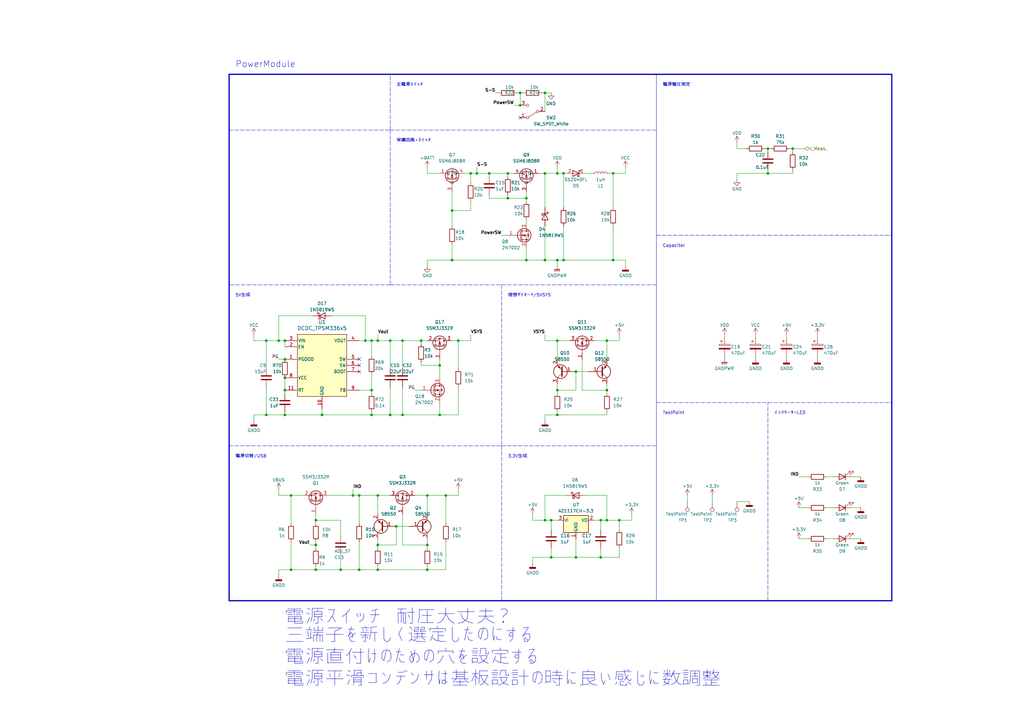
<source format=kicad_sch>
(kicad_sch (version 20230121) (generator eeschema)
  (paper "A3")
  (lib_symbols
    (symbol "Connector:TestPoint" (pin_numbers hide) (pin_names (offset 0.762) hide)
      (property "Reference" "TP" (at 0 6.858 0))
      (property "Value" "TestPoint" (at 0 5.08 0))
      (symbol "TestPoint_1_1"
        (pin passive line (at 0 0 90) (length 2.54) (name "1") (number "1"))
      )
    )
    (symbol "D_Schottky_3" (pin_numbers hide) (pin_names (offset 1.016) hide)
      (property "Reference" "D" (at 0 2.54 0))
      (property "Value" "D_Schottky_3" (at 0 -2.54 0))
      (symbol "D_Schottky_3_1_1"
        (pin passive line (at -3.81 0 0) (length 2.54) (name "K") (number "1"))
        (pin passive line (at 3.81 0 180) (length 2.54) (name "A") (number "2"))
      )
    )
    (symbol "Device:C" (pin_numbers hide) (pin_names (offset 0.254))
      (property "Reference" "C" (at 0.635 2.54 0))
      (property "Value" "C" (at 0.635 -2.54 0))
      (symbol "C_1_1"
        (pin passive line (at 0 3.81 270) (length 2.794) (name "~") (number "1"))
        (pin passive line (at 0 -3.81 90) (length 2.794) (name "~") (number "2"))
      )
    )
    (symbol "Device:C_Polarized" (pin_numbers hide) (pin_names (offset 0.254))
      (property "Reference" "C" (at 0.635 2.54 0))
      (property "Value" "C_Polarized" (at 0.635 -2.54 0))
      (symbol "C_Polarized_1_1"
        (pin passive line (at 0 3.81 270) (length 2.794) (name "~") (number "1"))
        (pin passive line (at 0 -3.81 90) (length 2.794) (name "~") (number "2"))
      )
    )
    (symbol "Device:D_Schottky" (pin_names (offset 1.016) hide)
      (property "Reference" "D" (at 0 2.54 0))
      (property "Value" "D_Schottky" (at 0 -2.54 0))
      (symbol "D_Schottky_1_1"
        (pin passive line (at -3.81 0 0) (length 2.54) (name "K") (number "1"))
        (pin passive line (at 3.81 0 180) (length 2.54) (name "A") (number "2"))
      )
    )
    (symbol "Device:L" (pin_numbers hide) (pin_names (offset 1.016) hide)
      (property "Reference" "L" (at -1.27 0 90))
      (property "Value" "L" (at 1.905 0 90))
      (symbol "L_1_1"
        (pin passive line (at 0 3.81 270) (length 1.27) (name "1") (number "1"))
        (pin passive line (at 0 -3.81 90) (length 1.27) (name "2") (number "2"))
      )
    )
    (symbol "Device:LED" (pin_numbers hide) (pin_names (offset 1.016) hide)
      (property "Reference" "D" (at 0 2.54 0))
      (property "Value" "LED" (at 0 -2.54 0))
      (symbol "LED_1_1"
        (pin passive line (at -3.81 0 0) (length 2.54) (name "K") (number "1"))
        (pin passive line (at 3.81 0 180) (length 2.54) (name "A") (number "2"))
      )
    )
    (symbol "Device:Q_PMOS_GSD" (pin_names (offset 0) hide)
      (property "Reference" "Q" (at 5.08 1.27 0))
      (property "Value" "Q_PMOS_GSD" (at 5.08 -1.27 0))
      (symbol "Q_PMOS_GSD_1_1"
        (pin input line (at -5.08 0 0) (length 2.54) (name "G") (number "1"))
        (pin passive line (at 2.54 -5.08 90) (length 2.54) (name "S") (number "2"))
        (pin passive line (at 2.54 5.08 270) (length 2.54) (name "D") (number "3"))
      )
    )
    (symbol "Device:Q_PNP_BEC" (pin_names (offset 0) hide)
      (property "Reference" "Q" (at 5.08 1.27 0))
      (property "Value" "Q_PNP_BEC" (at 5.08 -1.27 0))
      (symbol "Q_PNP_BEC_1_1"
        (pin input line (at -5.08 0 0) (length 5.715) (name "B") (number "1"))
        (pin passive line (at 2.54 -5.08 90) (length 2.54) (name "E") (number "2"))
        (pin passive line (at 2.54 5.08 270) (length 2.54) (name "C") (number "3"))
      )
    )
    (symbol "Device:R" (pin_numbers hide) (pin_names (offset 0))
      (property "Reference" "R" (at 2.032 0 90))
      (property "Value" "R" (at 0 0 90))
      (symbol "R_1_1"
        (pin passive line (at 0 3.81 270) (length 1.27) (name "~") (number "1"))
        (pin passive line (at 0 -3.81 90) (length 1.27) (name "~") (number "2"))
      )
    )
    (symbol "PMN48XP_1"
      (property "Reference" "Q" (at 5.08 2.54 0))
      (property "Value" "PMN48XP_1" (at 5.08 0 0))
      (symbol "PMN48XP_1_1_1"
        (pin passive line (at 2.54 5.08 270) (length 2.54) (name "D") (number "1"))
        (pin passive line (at 2.54 5.08 270) (length 2.54) hide (name "D") (number "2"))
        (pin passive line (at -5.08 0 0) (length 2.54) (name "G") (number "3"))
        (pin passive line (at 2.54 -5.08 90) (length 2.54) (name "S") (number "4"))
        (pin passive line (at 2.54 5.08 270) (length 2.54) hide (name "D") (number "5"))
        (pin passive line (at 2.54 5.08 270) (length 2.54) hide (name "D") (number "6"))
      )
    )
    (symbol "Regulator_Linear:AMS1117CD-3.3" (pin_names (offset 0.254))
      (property "Reference" "U" (at -3.81 3.175 0))
      (property "Value" "AMS1117CD-3.3" (at 0 3.175 0))
      (symbol "AMS1117CD-3.3_1_1"
        (pin power_in line (at 0 -7.62 90) (length 2.54) (name "GND") (number "1"))
        (pin power_out line (at 7.62 0 180) (length 2.54) (name "VO") (number "2"))
        (pin power_in line (at -7.62 0 0) (length 2.54) (name "VI") (number "3"))
      )
    )
    (symbol "Switch:SW_SPDT" (pin_names (offset 0) hide)
      (property "Reference" "SW" (at 0 4.318 0))
      (property "Value" "SW_SPDT" (at 0 -5.08 0))
      (symbol "SW_SPDT_1_1"
        (pin passive line (at 5.08 2.54 180) (length 2.54) (name "A") (number "1"))
        (pin passive line (at -5.08 0 0) (length 2.54) (name "B") (number "2"))
        (pin passive line (at 5.08 -2.54 180) (length 2.54) (name "C") (number "3"))
      )
    )
    (symbol "TomoshibiLibrary:DCDC_TPSM336x5" (pin_names (offset 0.254))
      (property "Reference" "U" (at 0 10.16 0))
      (property "Value" "DCDC_TPSM336x5" (at 0 7.62 0))
      (symbol "DCDC_TPSM336x5_0_1"
        (pin open_collector line (at -15.24 -7.62 0) (length 5.08) (name "PGOOD") (number "1"))
        (pin power_in line (at 0 -27.94 90) (length 5.08) (name "GND") (number "10"))
        (pin unspecified line (at -15.24 -20.32 0) (length 5.08) (name "RT") (number "11"))
        (pin input line (at -15.24 -2.54 0) (length 5.08) (name "EN") (number "2"))
        (pin power_in line (at -15.24 0 0) (length 5.08) (name "VIN") (number "3"))
        (pin power_in line (at 15.24 0 180) (length 5.08) (name "VOUT") (number "4"))
        (pin unspecified line (at 15.24 -7.62 180) (length 5.08) (name "SW") (number "5"))
        (pin unspecified line (at 15.24 -10.16 180) (length 5.08) (name "SW") (number "6"))
        (pin unspecified line (at 15.24 -12.7 180) (length 5.08) (name "BOOT") (number "7"))
        (pin unspecified line (at -15.24 -15.24 0) (length 5.08) (name "VCC") (number "8"))
        (pin unspecified line (at 15.24 -20.32 180) (length 5.08) (name "FB") (number "9"))
      )
    )
    (symbol "Transistor_FET:2N7002" (pin_names hide)
      (property "Reference" "Q" (at 5.08 1.905 0))
      (property "Value" "2N7002" (at 5.08 0 0))
      (symbol "2N7002_1_1"
        (pin input line (at -5.08 0 0) (length 2.54) (name "G") (number "1"))
        (pin passive line (at 2.54 -5.08 90) (length 2.54) (name "S") (number "2"))
        (pin passive line (at 2.54 5.08 270) (length 2.54) (name "D") (number "3"))
      )
    )
    (symbol "power:+3.3V" (power) (pin_names (offset 0))
      (property "Value" "+3.3V" (at 0 3.556 0))
      (symbol "+3.3V_1_1"
        (pin power_in line (at 0 0 90) (length 0) hide (name "+3.3V") (number "1"))
      )
    )
    (symbol "power:+5V" (power) (pin_names (offset 0))
      (property "Value" "+5V" (at 0 3.556 0))
      (symbol "+5V_1_1"
        (pin power_in line (at 0 0 90) (length 0) hide (name "+5V") (number "1"))
      )
    )
    (symbol "power:+BATT" (power) (pin_names (offset 0))
      (property "Value" "+BATT" (at 0 3.556 0))
      (symbol "+BATT_1_1"
        (pin power_in line (at 0 0 90) (length 0) hide (name "+BATT") (number "1"))
      )
    )
    (symbol "power:GND" (power) (pin_names (offset 0))
      (property "Value" "GND" (at 0 -3.81 0))
      (symbol "GND_1_1"
        (pin power_in line (at 0 0 270) (length 0) hide (name "GND") (number "1"))
      )
    )
    (symbol "power:GNDD" (power) (pin_names (offset 0))
      (property "Value" "GNDD" (at 0 -3.175 0))
      (symbol "GNDD_1_1"
        (pin power_in line (at 0 0 270) (length 0) hide (name "GNDD") (number "1"))
      )
    )
    (symbol "power:GNDPWR" (power) (pin_names (offset 0))
      (property "Value" "GNDPWR" (at 0 -3.302 0))
      (symbol "GNDPWR_1_1"
        (pin power_in line (at 0 0 270) (length 0) hide (name "GNDPWR") (number "1"))
      )
    )
    (symbol "power:VBUS" (power) (pin_names (offset 0))
      (property "Value" "VBUS" (at 0 3.81 0))
      (symbol "VBUS_1_1"
        (pin power_in line (at 0 0 90) (length 0) hide (name "VBUS") (number "1"))
      )
    )
    (symbol "power:VCC" (power) (pin_names (offset 0))
      (property "Value" "VCC" (at 0 3.81 0))
      (symbol "VCC_1_1"
        (pin power_in line (at 0 0 90) (length 0) hide (name "VCC") (number "1"))
      )
    )
    (symbol "power:VDD" (power) (pin_names (offset 0))
      (property "Value" "VDD" (at 0 3.81 0))
      (symbol "VDD_1_1"
        (pin power_in line (at 0 0 90) (length 0) hide (name "VDD") (number "1"))
      )
    )
  )
  (junction (at 154.94 233.68))
  (junction (at 152.4 139.7))
  (junction (at 144.78 203.2))
  (junction (at 109.22 139.7))
  (junction (at 215.9 106.68))
  (junction (at 208.28 81.28))
  (junction (at 172.72 139.7))
  (junction (at 116.84 147.32))
  (junction (at 175.26 233.68))
  (junction (at 254 213.36))
  (junction (at 116.84 139.7))
  (junction (at 213.36 38.1))
  (junction (at 165.1 170.18))
  (junction (at 223.52 38.1))
  (junction (at 193.04 71.12))
  (junction (at 162.56 215.9))
  (junction (at 160.02 170.18))
  (junction (at 119.38 233.68))
  (junction (at 116.84 154.94))
  (junction (at 228.6 71.12))
  (junction (at 114.3 139.7))
  (junction (at 129.54 213.36))
  (junction (at 187.96 139.7))
  (junction (at 175.26 203.2))
  (junction (at 246.38 228.6))
  (junction (at 139.7 233.68))
  (junction (at 185.42 106.68))
  (junction (at 185.42 86.36))
  (junction (at 223.52 106.68))
  (junction (at 160.02 139.7))
  (junction (at 231.14 106.68))
  (junction (at 215.9 81.28))
  (junction (at 149.86 139.7))
  (junction (at 116.84 170.18))
  (junction (at 119.38 203.2))
  (junction (at 154.94 203.2))
  (junction (at 248.92 139.7))
  (junction (at 147.32 203.2))
  (junction (at 154.94 139.7))
  (junction (at 223.52 213.36))
  (junction (at 152.4 160.02))
  (junction (at 132.08 170.18))
  (junction (at 180.34 170.18))
  (junction (at 165.1 139.7))
  (junction (at 152.4 170.18))
  (junction (at 147.32 233.68))
  (junction (at 208.28 71.12))
  (junction (at 195.58 71.12))
  (junction (at 228.6 139.7))
  (junction (at 251.46 106.68))
  (junction (at 251.46 71.12))
  (junction (at 248.92 213.36))
  (junction (at 246.38 213.36))
  (junction (at 228.6 160.02))
  (junction (at 226.06 228.6))
  (junction (at 226.06 213.36))
  (junction (at 200.66 71.12))
  (junction (at 314.96 71.12))
  (junction (at 248.92 160.02))
  (junction (at 182.88 203.2))
  (junction (at 325.12 60.96))
  (junction (at 236.22 152.4))
  (junction (at 231.14 71.12))
  (junction (at 236.22 228.6))
  (junction (at 109.22 170.18))
  (junction (at 175.26 223.52))
  (junction (at 228.6 170.18))
  (junction (at 228.6 106.68))
  (junction (at 314.96 60.96))
  (junction (at 129.54 223.52))
  (junction (at 129.54 233.68))
  (junction (at 223.52 71.12))
  (junction (at 213.36 43.18))
  (junction (at 180.34 149.86))
  (junction (at 116.84 160.02))
  (junction (at 154.94 223.52))
  (no_connect (at 147.32 147.32))
  (no_connect (at 147.32 152.4))
  (no_connect (at 213.36 48.26))
  (no_connect (at 147.32 149.86))
  (wire (pts (xy 116.84 168.91) (xy 116.84 170.18)))
  (wire (pts (xy 246.38 224.79) (xy 246.38 228.6)))
  (wire (pts (xy 185.42 86.36) (xy 185.42 92.71)))
  (wire (pts (xy 165.1 210.82) (xy 165.1 223.52)))
  (wire (pts (xy 236.22 220.98) (xy 236.22 228.6)))
  (wire (pts (xy 114.3 129.54) (xy 128.27 129.54)))
  (wire (pts (xy 180.34 149.86) (xy 180.34 154.94)))
  (wire (pts (xy 139.7 227.33) (xy 139.7 233.68)))
  (wire (pts (xy 259.08 210.82) (xy 259.08 213.36)))
  (wire (pts (xy 218.44 228.6) (xy 218.44 231.14)))
  (wire (pts (xy 339.09 195.58) (xy 341.63 195.58)))
  (wire (pts (xy 228.6 160.02) (xy 236.22 160.02)))
  (wire (pts (xy 154.94 233.68) (xy 175.26 233.68)))
  (wire (pts (xy 223.52 170.18) (xy 223.52 172.72)))
  (wire (pts (xy 256.54 106.68) (xy 256.54 109.22)))
  (wire (pts (xy 147.32 233.68) (xy 154.94 233.68)))
  (wire (pts (xy 132.08 170.18) (xy 152.4 170.18)))
  (wire (pts (xy 127 223.52) (xy 129.54 223.52)))
  (wire (pts (xy 226.06 228.6) (xy 236.22 228.6)))
  (polyline (pts (xy 365.76 30.48) (xy 365.76 246.38)) (stroke (width 0.5) (type solid)))
  (wire (pts (xy 309.88 146.05) (xy 309.88 147.32)))
  (wire (pts (xy 182.88 203.2) (xy 187.96 203.2)))
  (wire (pts (xy 175.26 71.12) (xy 180.34 71.12)))
  (wire (pts (xy 119.38 233.68) (xy 129.54 233.68)))
  (wire (pts (xy 139.7 233.68) (xy 147.32 233.68)))
  (wire (pts (xy 231.14 71.12) (xy 232.41 71.12)))
  (wire (pts (xy 129.54 214.63) (xy 129.54 213.36)))
  (wire (pts (xy 152.4 139.7) (xy 154.94 139.7)))
  (wire (pts (xy 187.96 200.66) (xy 187.96 203.2)))
  (wire (pts (xy 292.1 203.2) (xy 292.1 205.74)))
  (polyline (pts (xy 93.98 30.48) (xy 365.76 30.48)) (stroke (width 0.5) (type solid)))
  (wire (pts (xy 251.46 71.12) (xy 251.46 85.09)))
  (wire (pts (xy 165.1 139.7) (xy 165.1 151.13)))
  (wire (pts (xy 248.92 213.36) (xy 254 213.36)))
  (wire (pts (xy 116.84 147.32) (xy 114.3 147.32)))
  (polyline (pts (xy 160.02 53.34) (xy 160.02 116.84)) (stroke (width 0) (type dash)))
  (wire (pts (xy 154.94 232.41) (xy 154.94 233.68)))
  (wire (pts (xy 175.26 232.41) (xy 175.26 233.68)))
  (wire (pts (xy 226.06 224.79) (xy 226.06 228.6)))
  (wire (pts (xy 215.9 78.74) (xy 215.9 81.28)))
  (wire (pts (xy 129.54 222.25) (xy 129.54 223.52)))
  (wire (pts (xy 281.94 203.2) (xy 281.94 205.74)))
  (wire (pts (xy 154.94 137.16) (xy 154.94 139.7)))
  (polyline (pts (xy 269.24 165.1) (xy 314.96 165.1)) (stroke (width 0) (type dash)))
  (wire (pts (xy 175.26 210.82) (xy 175.26 203.2)))
  (wire (pts (xy 248.92 168.91) (xy 248.92 170.18)))
  (wire (pts (xy 160.02 170.18) (xy 165.1 170.18)))
  (wire (pts (xy 208.28 71.12) (xy 210.82 71.12)))
  (wire (pts (xy 256.54 106.68) (xy 251.46 106.68)))
  (wire (pts (xy 248.92 147.32) (xy 248.92 139.7)))
  (wire (pts (xy 226.06 213.36) (xy 226.06 217.17)))
  (wire (pts (xy 231.14 106.68) (xy 251.46 106.68)))
  (wire (pts (xy 200.66 71.12) (xy 200.66 72.39)))
  (wire (pts (xy 185.42 106.68) (xy 215.9 106.68)))
  (polyline (pts (xy 205.74 182.88) (xy 205.74 246.38)) (stroke (width 0) (type dash)))
  (wire (pts (xy 172.72 139.7) (xy 175.26 139.7)))
  (wire (pts (xy 135.89 129.54) (xy 149.86 129.54)))
  (wire (pts (xy 193.04 71.12) (xy 195.58 71.12)))
  (wire (pts (xy 238.76 160.02) (xy 248.92 160.02)))
  (wire (pts (xy 170.18 160.02) (xy 172.72 160.02)))
  (wire (pts (xy 193.04 82.55) (xy 193.04 86.36)))
  (wire (pts (xy 208.28 80.01) (xy 208.28 81.28)))
  (wire (pts (xy 314.96 62.23) (xy 314.96 60.96)))
  (wire (pts (xy 175.26 68.58) (xy 175.26 71.12)))
  (wire (pts (xy 335.28 146.05) (xy 335.28 147.32)))
  (wire (pts (xy 172.72 139.7) (xy 172.72 140.97)))
  (wire (pts (xy 180.34 147.32) (xy 180.34 149.86)))
  (wire (pts (xy 223.52 106.68) (xy 228.6 106.68)))
  (wire (pts (xy 228.6 106.68) (xy 231.14 106.68)))
  (wire (pts (xy 254 213.36) (xy 254 217.17)))
  (polyline (pts (xy 160.02 53.34) (xy 269.24 53.34)) (stroke (width 0) (type dash)))
  (wire (pts (xy 246.38 213.36) (xy 246.38 217.17)))
  (wire (pts (xy 325.12 69.85) (xy 325.12 71.12)))
  (wire (pts (xy 147.32 214.63) (xy 147.32 203.2)))
  (wire (pts (xy 160.02 203.2) (xy 154.94 203.2)))
  (wire (pts (xy 218.44 213.36) (xy 223.52 213.36)))
  (polyline (pts (xy 269.24 116.84) (xy 160.02 116.84)) (stroke (width 0) (type dash)))
  (wire (pts (xy 193.04 86.36) (xy 185.42 86.36)))
  (wire (pts (xy 147.32 222.25) (xy 147.32 233.68)))
  (wire (pts (xy 162.56 215.9) (xy 167.64 215.9)))
  (wire (pts (xy 240.03 203.2) (xy 248.92 203.2)))
  (wire (pts (xy 152.4 168.91) (xy 152.4 170.18)))
  (wire (pts (xy 165.1 158.75) (xy 165.1 170.18)))
  (wire (pts (xy 162.56 223.52) (xy 162.56 215.9)))
  (wire (pts (xy 205.74 96.52) (xy 208.28 96.52)))
  (wire (pts (xy 109.22 158.75) (xy 109.22 170.18)))
  (wire (pts (xy 172.72 149.86) (xy 180.34 149.86)))
  (wire (pts (xy 322.58 146.05) (xy 322.58 147.32)))
  (polyline (pts (xy 269.24 96.52) (xy 365.76 96.52)) (stroke (width 0) (type dash)))
  (wire (pts (xy 236.22 152.4) (xy 241.3 152.4)))
  (wire (pts (xy 132.08 167.64) (xy 132.08 170.18)))
  (wire (pts (xy 223.52 71.12) (xy 228.6 71.12)))
  (wire (pts (xy 236.22 228.6) (xy 246.38 228.6)))
  (wire (pts (xy 182.88 233.68) (xy 175.26 233.68)))
  (wire (pts (xy 228.6 168.91) (xy 228.6 170.18)))
  (wire (pts (xy 147.32 160.02) (xy 152.4 160.02)))
  (wire (pts (xy 203.2 38.1) (xy 204.47 38.1)))
  (wire (pts (xy 349.25 208.28) (xy 353.06 208.28)))
  (wire (pts (xy 109.22 139.7) (xy 114.3 139.7)))
  (wire (pts (xy 104.14 170.18) (xy 109.22 170.18)))
  (wire (pts (xy 129.54 233.68) (xy 129.54 232.41)))
  (wire (pts (xy 104.14 139.7) (xy 104.14 137.16)))
  (wire (pts (xy 147.32 139.7) (xy 149.86 139.7)))
  (wire (pts (xy 116.84 139.7) (xy 116.84 142.24)))
  (wire (pts (xy 182.88 222.25) (xy 182.88 233.68)))
  (wire (pts (xy 228.6 160.02) (xy 228.6 161.29)))
  (wire (pts (xy 154.94 223.52) (xy 154.94 224.79)))
  (wire (pts (xy 248.92 160.02) (xy 248.92 161.29)))
  (wire (pts (xy 195.58 68.58) (xy 195.58 71.12)))
  (wire (pts (xy 208.28 81.28) (xy 215.9 81.28)))
  (wire (pts (xy 240.03 71.12) (xy 242.57 71.12)))
  (wire (pts (xy 129.54 233.68) (xy 139.7 233.68)))
  (wire (pts (xy 180.34 165.1) (xy 180.34 170.18)))
  (wire (pts (xy 116.84 154.94) (xy 116.84 160.02)))
  (wire (pts (xy 314.96 60.96) (xy 313.69 60.96)))
  (wire (pts (xy 223.52 137.16) (xy 223.52 139.7)))
  (wire (pts (xy 129.54 213.36) (xy 129.54 210.82)))
  (wire (pts (xy 152.4 170.18) (xy 160.02 170.18)))
  (polyline (pts (xy 93.98 246.38) (xy 93.98 30.48)) (stroke (width 0.5) (type solid)))
  (wire (pts (xy 233.68 139.7) (xy 228.6 139.7)))
  (wire (pts (xy 200.66 81.28) (xy 208.28 81.28)))
  (polyline (pts (xy 93.98 53.34) (xy 160.02 53.34)) (stroke (width 0) (type dash)))
  (wire (pts (xy 228.6 109.22) (xy 228.6 106.68)))
  (wire (pts (xy 116.84 170.18) (xy 132.08 170.18)))
  (wire (pts (xy 223.52 203.2) (xy 223.52 213.36)))
  (wire (pts (xy 114.3 139.7) (xy 116.84 139.7)))
  (wire (pts (xy 213.36 38.1) (xy 212.09 38.1)))
  (wire (pts (xy 193.04 137.16) (xy 193.04 139.7)))
  (wire (pts (xy 314.96 60.96) (xy 316.23 60.96)))
  (wire (pts (xy 314.96 69.85) (xy 314.96 71.12)))
  (wire (pts (xy 195.58 71.12) (xy 200.66 71.12)))
  (wire (pts (xy 220.98 71.12) (xy 223.52 71.12)))
  (polyline (pts (xy 314.96 246.38) (xy 314.96 165.1)) (stroke (width 0) (type dash)))
  (wire (pts (xy 114.3 233.68) (xy 119.38 233.68)))
  (wire (pts (xy 254 213.36) (xy 259.08 213.36)))
  (wire (pts (xy 187.96 139.7) (xy 193.04 139.7)))
  (wire (pts (xy 215.9 81.28) (xy 215.9 82.55)))
  (polyline (pts (xy 205.74 182.88) (xy 269.24 182.88)) (stroke (width 0) (type dash)))
  (wire (pts (xy 185.42 78.74) (xy 185.42 86.36)))
  (wire (pts (xy 144.78 200.66) (xy 144.78 203.2)))
  (wire (pts (xy 187.96 170.18) (xy 180.34 170.18)))
  (wire (pts (xy 246.38 228.6) (xy 254 228.6)))
  (wire (pts (xy 182.88 203.2) (xy 182.88 214.63)))
  (wire (pts (xy 297.18 137.16) (xy 297.18 138.43)))
  (wire (pts (xy 172.72 148.59) (xy 172.72 149.86)))
  (wire (pts (xy 251.46 92.71) (xy 251.46 106.68)))
  (wire (pts (xy 175.26 223.52) (xy 175.26 224.79)))
  (wire (pts (xy 223.52 213.36) (xy 226.06 213.36)))
  (wire (pts (xy 228.6 170.18) (xy 248.92 170.18)))
  (wire (pts (xy 254 224.79) (xy 254 228.6)))
  (wire (pts (xy 302.26 60.96) (xy 306.07 60.96)))
  (wire (pts (xy 114.3 129.54) (xy 114.3 139.7)))
  (wire (pts (xy 175.26 203.2) (xy 182.88 203.2)))
  (wire (pts (xy 223.52 71.12) (xy 223.52 85.09)))
  (polyline (pts (xy 160.02 116.84) (xy 93.98 116.84)) (stroke (width 0) (type dash)))
  (wire (pts (xy 248.92 203.2) (xy 248.92 213.36)))
  (wire (pts (xy 154.94 203.2) (xy 154.94 210.82)))
  (wire (pts (xy 302.26 71.12) (xy 314.96 71.12)))
  (wire (pts (xy 335.28 137.16) (xy 335.28 138.43)))
  (wire (pts (xy 190.5 71.12) (xy 193.04 71.12)))
  (wire (pts (xy 246.38 213.36) (xy 248.92 213.36)))
  (wire (pts (xy 213.36 38.1) (xy 213.36 43.18)))
  (polyline (pts (xy 160.02 53.34) (xy 160.02 30.48)) (stroke (width 0) (type dash)))
  (wire (pts (xy 297.18 146.05) (xy 297.18 147.32)))
  (wire (pts (xy 116.84 161.29) (xy 116.84 160.02)))
  (wire (pts (xy 223.52 92.71) (xy 223.52 106.68)))
  (wire (pts (xy 114.3 236.22) (xy 114.3 233.68)))
  (wire (pts (xy 154.94 220.98) (xy 154.94 223.52)))
  (wire (pts (xy 119.38 203.2) (xy 124.46 203.2)))
  (wire (pts (xy 129.54 213.36) (xy 139.7 213.36)))
  (wire (pts (xy 152.4 153.67) (xy 152.4 160.02)))
  (wire (pts (xy 187.96 139.7) (xy 187.96 151.13)))
  (wire (pts (xy 129.54 223.52) (xy 129.54 224.79)))
  (wire (pts (xy 152.4 161.29) (xy 152.4 160.02)))
  (wire (pts (xy 109.22 139.7) (xy 109.22 151.13)))
  (wire (pts (xy 149.86 129.54) (xy 149.86 139.7)))
  (wire (pts (xy 238.76 147.32) (xy 238.76 160.02)))
  (wire (pts (xy 231.14 71.12) (xy 228.6 71.12)))
  (polyline (pts (xy 269.24 30.48) (xy 269.24 246.38)) (stroke (width 0) (type solid)))
  (wire (pts (xy 165.1 223.52) (xy 175.26 223.52)))
  (wire (pts (xy 223.52 170.18) (xy 228.6 170.18)))
  (polyline (pts (xy 205.74 116.84) (xy 205.74 182.88)) (stroke (width 0) (type dash)))
  (wire (pts (xy 215.9 101.6) (xy 215.9 106.68)))
  (wire (pts (xy 228.6 157.48) (xy 228.6 160.02)))
  (wire (pts (xy 339.09 208.28) (xy 341.63 208.28)))
  (wire (pts (xy 309.88 137.16) (xy 309.88 138.43)))
  (wire (pts (xy 185.42 106.68) (xy 175.26 106.68)))
  (wire (pts (xy 139.7 219.71) (xy 139.7 213.36)))
  (wire (pts (xy 327.66 208.28) (xy 331.47 208.28)))
  (wire (pts (xy 147.32 203.2) (xy 154.94 203.2)))
  (wire (pts (xy 325.12 60.96) (xy 330.2 60.96)))
  (wire (pts (xy 228.6 68.58) (xy 228.6 71.12)))
  (wire (pts (xy 349.25 220.98) (xy 353.06 220.98)))
  (wire (pts (xy 175.26 106.68) (xy 175.26 109.22)))
  (wire (pts (xy 325.12 60.96) (xy 325.12 62.23)))
  (wire (pts (xy 170.18 203.2) (xy 175.26 203.2)))
  (wire (pts (xy 302.26 205.74) (xy 307.34 205.74)))
  (wire (pts (xy 185.42 139.7) (xy 187.96 139.7)))
  (wire (pts (xy 210.82 43.18) (xy 213.36 43.18)))
  (wire (pts (xy 254 137.16) (xy 254 139.7)))
  (polyline (pts (xy 314.96 165.1) (xy 365.76 165.1)) (stroke (width 0) (type dash)))
  (wire (pts (xy 160.02 158.75) (xy 160.02 170.18)))
  (wire (pts (xy 208.28 71.12) (xy 208.28 72.39)))
  (wire (pts (xy 302.26 73.66) (xy 302.26 71.12)))
  (wire (pts (xy 175.26 220.98) (xy 175.26 223.52)))
  (wire (pts (xy 165.1 139.7) (xy 172.72 139.7)))
  (wire (pts (xy 322.58 137.16) (xy 322.58 138.43)))
  (wire (pts (xy 134.62 203.2) (xy 144.78 203.2)))
  (wire (pts (xy 223.52 38.1) (xy 226.06 38.1)))
  (wire (pts (xy 223.52 203.2) (xy 232.41 203.2)))
  (wire (pts (xy 314.96 71.12) (xy 325.12 71.12)))
  (wire (pts (xy 302.26 58.42) (xy 302.26 60.96)))
  (wire (pts (xy 114.3 203.2) (xy 119.38 203.2)))
  (wire (pts (xy 152.4 139.7) (xy 152.4 146.05)))
  (wire (pts (xy 248.92 157.48) (xy 248.92 160.02)))
  (wire (pts (xy 149.86 139.7) (xy 152.4 139.7)))
  (wire (pts (xy 243.84 213.36) (xy 246.38 213.36)))
  (wire (pts (xy 236.22 160.02) (xy 236.22 152.4)))
  (wire (pts (xy 165.1 170.18) (xy 180.34 170.18)))
  (wire (pts (xy 223.52 139.7) (xy 228.6 139.7)))
  (wire (pts (xy 250.19 71.12) (xy 251.46 71.12)))
  (wire (pts (xy 231.14 92.71) (xy 231.14 106.68)))
  (wire (pts (xy 228.6 139.7) (xy 228.6 147.32)))
  (wire (pts (xy 160.02 139.7) (xy 165.1 139.7)))
  (wire (pts (xy 222.25 38.1) (xy 223.52 38.1)))
  (wire (pts (xy 248.92 139.7) (xy 254 139.7)))
  (wire (pts (xy 223.52 38.1) (xy 223.52 45.72)))
  (wire (pts (xy 104.14 170.18) (xy 104.14 172.72)))
  (wire (pts (xy 187.96 158.75) (xy 187.96 170.18)))
  (wire (pts (xy 200.66 80.01) (xy 200.66 81.28)))
  (wire (pts (xy 231.14 71.12) (xy 231.14 85.09)))
  (wire (pts (xy 160.02 139.7) (xy 160.02 151.13)))
  (wire (pts (xy 154.94 223.52) (xy 162.56 223.52)))
  (wire (pts (xy 256.54 68.58) (xy 256.54 71.12)))
  (wire (pts (xy 327.66 220.98) (xy 331.47 220.98)))
  (wire (pts (xy 327.66 195.58) (xy 331.47 195.58)))
  (wire (pts (xy 226.06 213.36) (xy 228.6 213.36)))
  (wire (pts (xy 215.9 90.17) (xy 215.9 91.44)))
  (wire (pts (xy 185.42 100.33) (xy 185.42 106.68)))
  (wire (pts (xy 119.38 222.25) (xy 119.38 233.68)))
  (wire (pts (xy 251.46 71.12) (xy 256.54 71.12)))
  (wire (pts (xy 109.22 170.18) (xy 116.84 170.18)))
  (wire (pts (xy 349.25 195.58) (xy 353.06 195.58)))
  (wire (pts (xy 193.04 71.12) (xy 193.04 74.93)))
  (polyline (pts (xy 365.76 246.38) (xy 93.98 246.38)) (stroke (width 0.5) (type solid)))
  (wire (pts (xy 213.36 38.1) (xy 214.63 38.1)))
  (wire (pts (xy 154.94 139.7) (xy 160.02 139.7)))
  (wire (pts (xy 119.38 203.2) (xy 119.38 214.63)))
  (polyline (pts (xy 93.98 182.88) (xy 205.74 182.88)) (stroke (width 0) (type dash)))
  (wire (pts (xy 200.66 71.12) (xy 208.28 71.12)))
  (wire (pts (xy 218.44 228.6) (xy 226.06 228.6)))
  (wire (pts (xy 114.3 200.66) (xy 114.3 203.2)))
  (wire (pts (xy 339.09 220.98) (xy 341.63 220.98)))
  (wire (pts (xy 144.78 203.2) (xy 147.32 203.2)))
  (wire (pts (xy 243.84 139.7) (xy 248.92 139.7)))
  (wire (pts (xy 215.9 106.68) (xy 223.52 106.68)))
  (wire (pts (xy 323.85 60.96) (xy 325.12 60.96)))
  (wire (pts (xy 104.14 139.7) (xy 109.22 139.7)))
  (wire (pts (xy 218.44 210.82) (xy 218.44 213.36)))
  (text "5V生成" (at 96.52 121.92 0) (effects (font (size 1.27 1.27)) (justify left bottom)))
  (text "電源切替/USB" (at 96.52 187.96 0) (effects (font (size 1.27 1.27)) (justify left bottom)))
  (text "電源スイッチ　耐圧大丈夫？" (at 116.84 256.54 0) (effects (font (size 5.56 5.56)) (justify left bottom)))
  (text "電源電圧測定" (at 271.78 35.56 0) (effects (font (size 1.27 1.27)) (justify left bottom)))
  (text "3.3V生成" (at 208.28 187.96 0) (effects (font (size 1.27 1.27)) (justify left bottom)))
  (text "主電源スイッチ" (at 162.56 35.56 0) (effects (font (size 1.27 1.27)) (justify left bottom)))
  (text "理想ダイオード/5VSYS" (at 208.28 121.92 0) (effects (font (size 1.27 1.27)) (justify left bottom)))
  (text "保護回路・スイッチ" (at 162.56 58.42 0) (effects (font (size 1.27 1.27)) (justify left bottom)))
  (text "三端子を新しく選定したのにする\n電源直付けのための穴を設定する\n電源平滑コンデンサは基板設計の時に良い感じに数調整" (at 116.84 281.94 0) (effects (font (size 5.56 5.56)) (justify left bottom)))
  (text "TestPoint" (at 271.78 170.18 0) (effects (font (size 1.27 1.27)) (justify left bottom)))
  (text "Capacitor" (at 271.78 101.6 0) (effects (font (size 1.27 1.27)) (justify left bottom)))
  (text "インジケーターLED" (at 317.5 170.18 0) (effects (font (size 1.27 1.27)) (justify left bottom)))
  (text "PowerModule" (at 96.52 27.94 0) (effects (font (size 2.54 2.54)) (justify left bottom)))
  (label "PG" (at 114.3 147.32 180))
  (label "PG" (at 170.18 160.02 180))
  (label "Vout" (at 127 223.52 180) (effects (font (thickness 0.254) bold)))
  (label "VSYS" (at 223.52 137.16 180) (effects (font (thickness 0.254) bold)))
  (label "PowerSW" (at 205.74 96.52 180) (effects (font (thickness 0.254) bold)))
  (label "S-S" (at 203.2 38.1 180) (effects (font (thickness 0.254) bold)))
  (label "IND" (at 144.78 200.66 0) (effects (font (thickness 0.254) bold)))
  (label "S-S" (at 195.58 68.58 0) (effects (font (thickness 0.254) bold)))
  (label "IND" (at 327.66 195.58 180) (effects (font (thickness 0.254) bold)))
  (label "VSYS" (at 193.04 137.16 0) (effects (font (thickness 0.254) bold)))
  (label "PowerSW" (at 210.82 43.18 180) (effects (font (thickness 0.254) bold)))
  (label "Vout" (at 154.94 137.16 0) (effects (font (thickness 0.254) bold)))
  (hierarchical_label "V_Meas." (shape input) (at 330.2 60.96 0))
  (symbol (lib_id "Device:C_Polarized") (at 297.18 142.24 0) (unit 1)
    (property "Reference" "C19" (at 299.72 142.24 0) (effects (justify left)))
    (property "Value" "470uF" (at 299.72 144.78 0) (effects (justify left)))
  )
  (symbol (lib_id "power:GND") (at 175.26 109.22 0) (unit 1)
    (property "Reference" "#PWR048" (effects hide))
    (property "Value" "GND" (at 175.26 113.03 0))
  )
  (symbol (lib_id "Device:R") (at 335.28 208.28 270) (mirror x) (unit 1)
    (property "Reference" "R34" (at 335.28 213.36 90))
    (property "Value" "1k" (at 335.28 210.82 90))
    (property "Footprint" "Resistor_SMD:R_0402_1005Metric" (effects hide))
  )
  (symbol (lib_id "Device:R") (at 309.88 60.96 90) (unit 1)
    (property "Reference" "R30" (at 309.88 55.88 90))
    (property "Value" "1k" (at 309.88 58.42 90))
    (property "Footprint" "Resistor_SMD:R_0603_1608Metric" (effects hide))
  )
  (symbol (lib_id "Device:LED") (at 345.44 195.58 180) (unit 1)
    (property "Reference" "D7" (at 345.44 200.66 0))
    (property "Value" "Green" (at 345.44 198.12 0))
    (property "Footprint" "LED_SMD:LED_0603_1608Metric_Pad1.05x0.95mm_HandSolder" (effects hide))
  )
  (symbol (lib_id "Device:R") (at 193.04 78.74 0) (unit 1)
    (property "Reference" "R20" (at 194.31 77.47 0) (effects (justify left)))
    (property "Value" "10k" (at 194.31 80.01 0) (effects (justify left)))
    (property "Footprint" "Resistor_SMD:R_0402_1005Metric" (effects hide))
  )
  (symbol (lib_id "power:+5V") (at 218.44 210.82 0) (unit 1)
    (property "Reference" "#PWR071" (effects hide))
    (property "Value" "+5V" (at 218.44 207.01 0))
  )
  (symbol (lib_id "Device:Q_PNP_BEC") (at 157.48 215.9 180) (unit 1)
    (property "Reference" "Q2" (at 162.56 208.28 0) (effects (justify left)))
    (property "Value" "S8550" (at 162.56 210.82 0) (effects (justify left)))
    (property "Footprint" "Package_TO_SOT_SMD:SC-59" (effects hide))
  )
  (symbol (lib_id "power:+3.3V") (at 259.08 210.82 0) (unit 1)
    (property "Reference" "#PWR072" (effects hide))
    (property "Value" "+3.3V" (at 259.08 207.01 0))
  )
  (symbol (lib_id "Device:R") (at 228.6 165.1 180) (unit 1)
    (property "Reference" "R25" (at 231.14 163.8299 0) (effects (justify right)))
    (property "Value" "10k" (at 231.14 166.3699 0) (effects (justify right)))
    (property "Footprint" "Resistor_SMD:R_0402_1005Metric" (effects hide))
  )
  (symbol (lib_id "Connector:TestPoint") (at 292.1 205.74 180) (unit 1)
    (property "Reference" "TP2" (at 292.1 213.36 0) (effects (justify left)))
    (property "Value" "TestPoint" (at 292.1 210.82 0) (effects (justify left)))
    (property "Footprint" "TestPoint:TestPoint_THTPad_D2.0mm_Drill1.0mm" (effects hide))
  )
  (symbol (lib_id "Device:R") (at 172.72 144.78 0) (unit 1)
    (property "Reference" "R3" (at 173.99 143.51 0) (effects (justify left)))
    (property "Value" "10k" (at 173.99 146.05 0) (effects (justify left)))
    (property "Footprint" "Resistor_SMD:R_0402_1005Metric" (effects hide))
  )
  (symbol (lib_id "power:+5V") (at 187.96 200.66 0) (mirror y) (unit 1)
    (property "Reference" "#PWR065" (effects hide))
    (property "Value" "+5V" (at 187.96 196.85 0))
  )
  (symbol (lib_id "power:+3.3V") (at 327.66 220.98 0) (unit 1)
    (property "Reference" "#PWR073" (effects hide))
    (property "Value" "+3.3V" (at 327.66 217.17 0))
  )
  (symbol (lib_id "Device:C") (at 109.22 154.94 0) (mirror y) (unit 1)
    (property "Reference" "C9" (at 109.22 149.86 0) (effects (justify left)))
    (property "Value" "10uF" (at 109.22 152.4 0) (effects (justify left)))
    (property "Footprint" "Capacitor_SMD:C_1206_3216Metric" (effects hide))
  )
  (symbol (lib_id "Device:C_Polarized") (at 322.58 142.24 0) (unit 1)
    (property "Reference" "C24" (at 325.12 142.24 0) (effects (justify left)))
    (property "Value" "470uF" (at 325.12 144.78 0) (effects (justify left)))
  )
  (symbol (lib_id "power:GNDD") (at 353.06 195.58 0) (unit 1)
    (property "Reference" "#PWR063" (effects hide))
    (property "Value" "GNDD" (at 353.06 199.39 0))
  )
  (symbol (lib_id "Device:R") (at 215.9 86.36 0) (mirror y) (unit 1)
    (property "Reference" "R23" (at 214.63 85.09 0) (effects (justify left)))
    (property "Value" "10k" (at 214.63 87.63 0) (effects (justify left)))
    (property "Footprint" "Resistor_SMD:R_0402_1005Metric" (effects hide))
  )
  (symbol (lib_id "Device:C") (at 165.1 154.94 0) (unit 1)
    (property "Reference" "C32" (at 165.1 149.86 0) (effects (justify left)))
    (property "Value" "22uF" (at 165.1 152.4 0) (effects (justify left)))
    (property "Footprint" "Capacitor_SMD:C_0805_2012Metric" (effects hide))
  )
  (symbol (lib_id "Device:R") (at 218.44 38.1 90) (unit 1)
    (property "Reference" "R24" (at 220.98 38.1 90) (effects (justify left)))
    (property "Value" "10k" (at 220.98 35.7886 90) (effects (justify left)))
    (property "Footprint" "Resistor_SMD:R_0402_1005Metric" (effects hide))
  )
  (symbol (lib_id "power:GNDPWR") (at 297.18 147.32 0) (unit 1)
    (property "Reference" "#PWR057" (effects hide))
    (property "Value" "GNDPWR" (at 297.053 151.13 0))
  )
  (symbol (lib_id "Device:R") (at 320.04 60.96 90) (unit 1)
    (property "Reference" "R31" (at 320.04 55.88 90))
    (property "Value" "75k" (at 320.04 58.42 90))
    (property "Footprint" "Resistor_SMD:R_0603_1608Metric" (effects hide))
  )
  (symbol (lib_id "Device:C") (at 200.66 76.2 0) (unit 1)
    (property "Reference" "C15" (at 203.2 74.93 0) (effects (justify left)))
    (property "Value" "1uF" (at 203.2 77.47 0) (effects (justify left)))
    (property "Footprint" "Capacitor_SMD:C_0402_1005Metric" (effects hide))
  )
  (symbol (lib_id "power:VDD") (at 228.6 68.58 0) (unit 1)
    (property "Reference" "#PWR045" (effects hide))
    (property "Value" "VDD" (at 228.6 64.77 0))
  )
  (symbol (lib_id "Transistor_FET:2N7002") (at 177.8 160.02 0) (unit 1)
    (property "Reference" "Q18" (at 170.18 162.56 0) (effects (justify left)))
    (property "Value" "2N7002" (at 170.18 165.1 0) (effects (justify left)))
    (property "Footprint" "Package_TO_SOT_SMD:SC-59" (effects hide))
    (property "Datasheet" "https://www.onsemi.com/pub/Collateral/NDS7002A-D.PDF" (effects hide))
  )
  (symbol (lib_id "Device:R") (at 147.32 218.44 180) (unit 1)
    (property "Reference" "R10" (at 149.86 217.1699 0) (effects (justify right)))
    (property "Value" "10k" (at 149.86 219.7099 0) (effects (justify right)))
    (property "Footprint" "Resistor_SMD:R_0402_1005Metric" (effects hide))
  )
  (symbol (lib_id "Device:C_Polarized") (at 335.28 142.24 0) (unit 1)
    (property "Reference" "C26" (at 337.82 142.24 0) (effects (justify left)))
    (property "Value" "470uF" (at 337.82 144.78 0) (effects (justify left)))
  )
  (symbol (lib_id "power:GNDD") (at 114.3 236.22 0) (unit 1)
    (property "Reference" "#PWR076" (effects hide))
    (property "Value" "GNDD" (at 114.3 240.03 0))
  )
  (symbol (lib_id "power:GNDD") (at 353.06 220.98 0) (unit 1)
    (property "Reference" "#PWR074" (effects hide))
    (property "Value" "GNDD" (at 353.06 224.79 0))
  )
  (symbol (lib_id "power:GNDD") (at 223.52 172.72 0) (unit 1)
    (property "Reference" "#PWR062" (effects hide))
    (property "Value" "GNDD" (at 223.52 176.53 0))
  )
  (symbol (lib_id "Device:C") (at 160.02 154.94 0) (unit 1)
    (property "Reference" "C10" (at 160.02 149.86 0) (effects (justify left)))
    (property "Value" "22uF" (at 160.02 152.4 0) (effects (justify left)))
    (property "Footprint" "Capacitor_SMD:C_0805_2012Metric" (effects hide))
  )
  (symbol (lib_name "D_Schottky_3") (lib_id "Device:D_Schottky") (at 132.08 129.54 0) (unit 1)
    (property "Reference" "D17" (at 132.08 124.46 0))
    (property "Value" "1N5819WS" (at 132.08 127 0))
    (property "Footprint" "TomoshibiLibrary:Diode_SOD-323" (effects hide))
  )
  (symbol (lib_id "power:+5V") (at 281.94 203.2 0) (unit 1)
    (property "Reference" "#PWR066" (effects hide))
    (property "Value" "+5V" (at 281.94 199.39 0))
  )
  (symbol (lib_id "power:+5V") (at 327.66 208.28 0) (unit 1)
    (property "Reference" "#PWR069" (effects hide))
    (property "Value" "+5V" (at 327.66 204.47 0))
  )
  (symbol (lib_id "power:+5V") (at 322.58 137.16 0) (unit 1)
    (property "Reference" "#PWR055" (effects hide))
    (property "Value" "+5V" (at 322.58 133.35 0))
  )
  (symbol (lib_id "power:VDD") (at 297.18 137.16 0) (unit 1)
    (property "Reference" "#PWR053" (effects hide))
    (property "Value" "VDD" (at 297.18 133.35 0))
  )
  (symbol (lib_id "Device:R") (at 185.42 96.52 0) (unit 1)
    (property "Reference" "R18" (at 186.69 95.25 0) (effects (justify left)))
    (property "Value" "10k" (at 186.69 97.79 0) (effects (justify left)))
    (property "Footprint" "Resistor_SMD:R_0402_1005Metric" (effects hide))
  )
  (symbol (lib_id "Device:R") (at 129.54 218.44 0) (mirror x) (unit 1)
    (property "Reference" "R8" (at 132.08 219.7101 0) (effects (justify left)))
    (property "Value" "10k" (at 132.08 217.1701 0) (effects (justify left)))
    (property "Footprint" "Resistor_SMD:R_0402_1005Metric" (effects hide))
  )
  (symbol (lib_id "power:GNDD") (at 218.44 231.14 0) (unit 1)
    (property "Reference" "#PWR075" (effects hide))
    (property "Value" "GNDD" (at 218.44 234.95 0))
  )
  (symbol (lib_id "Device:R") (at 208.28 38.1 90) (unit 1)
    (property "Reference" "R22" (at 210.82 38.1 90) (effects (justify left)))
    (property "Value" "10k" (at 210.82 35.7886 90) (effects (justify left)))
    (property "Footprint" "Resistor_SMD:R_0402_1005Metric" (effects hide))
  )
  (symbol (lib_id "Switch:SW_SPDT") (at 218.44 45.72 180) (unit 1)
    (property "Reference" "SW2" (at 226.06 48.26 0))
    (property "Value" "SW_SPDT_White" (at 226.06 50.8 0))
    (property "Footprint" "TomoshibiLibrary:SW_Slide_SPDT_IS-1235-G" (effects hide))
  )
  (symbol (lib_id "Device:R") (at 154.94 228.6 180) (unit 1)
    (property "Reference" "R11" (at 157.48 227.3299 0) (effects (justify right)))
    (property "Value" "10k" (at 157.48 229.8699 0) (effects (justify right)))
    (property "Footprint" "Resistor_SMD:R_0402_1005Metric" (effects hide))
  )
  (symbol (lib_id "Device:R") (at 325.12 66.04 0) (unit 1)
    (property "Reference" "R32" (at 327.66 64.7699 0) (effects (justify left)))
    (property "Value" "10k" (at 327.66 67.3099 0) (effects (justify left)))
    (property "Footprint" "Resistor_SMD:R_0603_1608Metric" (effects hide))
  )
  (symbol (lib_id "Device:Q_PMOS_GSD") (at 238.76 142.24 90) (unit 1)
    (property "Reference" "Q11" (at 238.76 132.08 90))
    (property "Value" "SSM3J332R" (at 238.76 134.62 90))
    (property "Footprint" "Package_TO_SOT_SMD:SOT-23W" (effects hide))
  )
  (symbol (lib_id "Device:Q_PMOS_GSD") (at 129.54 205.74 270) (mirror x) (unit 1)
    (property "Reference" "Q1" (at 129.54 198.12 90))
    (property "Value" "SSM3J332R" (at 129.54 195.58 90))
    (property "Footprint" "Package_TO_SOT_SMD:SOT-23W" (effects hide))
  )
  (symbol (lib_id "Device:L") (at 246.38 71.12 90) (unit 1)
    (property "Reference" "L1" (at 246.38 76.2 90))
    (property "Value" "1uH" (at 246.38 73.66 90))
    (property "Footprint" "Inductor_SMD:L_0603_1608Metric" (effects hide))
  )
  (symbol (lib_id "Device:R") (at 248.92 165.1 180) (unit 1)
    (property "Reference" "R27" (at 251.46 163.8299 0) (effects (justify right)))
    (property "Value" "10k" (at 251.46 166.3699 0) (effects (justify right)))
    (property "Footprint" "Resistor_SMD:R_0402_1005Metric" (effects hide))
  )
  (symbol (lib_id "Device:R") (at 335.28 195.58 270) (mirror x) (unit 1)
    (property "Reference" "R33" (at 335.28 200.66 90))
    (property "Value" "1k" (at 335.28 198.12 90))
    (property "Footprint" "Resistor_SMD:R_0402_1005Metric" (effects hide))
  )
  (symbol (lib_id "Device:R") (at 116.84 151.13 0) (mirror x) (unit 1)
    (property "Reference" "R70" (at 115.57 149.86 0) (effects (justify right)))
    (property "Value" "10k" (at 115.57 152.4 0) (effects (justify right)))
    (property "Footprint" "Resistor_SMD:R_0402_1005Metric" (effects hide))
  )
  (symbol (lib_id "Device:R") (at 175.26 228.6 180) (unit 1)
    (property "Reference" "R15" (at 177.8 227.3299 0) (effects (justify right)))
    (property "Value" "10k" (at 177.8 229.8699 0) (effects (justify right)))
    (property "Footprint" "Resistor_SMD:R_0402_1005Metric" (effects hide))
  )
  (symbol (lib_id "Connector:TestPoint") (at 302.26 205.74 180) (unit 1)
    (property "Reference" "TP3" (at 302.26 213.36 0) (effects (justify left)))
    (property "Value" "TestPoint" (at 302.26 210.82 0) (effects (justify left)))
    (property "Footprint" "TestPoint:TestPoint_THTPad_D2.0mm_Drill1.0mm" (effects hide))
  )
  (symbol (lib_id "Device:R") (at 187.96 154.94 180) (unit 1)
    (property "Reference" "R71" (at 190.5 153.6699 0) (effects (justify right)))
    (property "Value" "10k" (at 190.5 156.2099 0) (effects (justify right)))
    (property "Footprint" "Resistor_SMD:R_0402_1005Metric" (effects hide))
  )
  (symbol (lib_id "power:GNDD") (at 104.14 172.72 0) (unit 1)
    (property "Reference" "#PWR061" (effects hide))
    (property "Value" "GNDD" (at 104.14 176.53 0))
  )
  (symbol (lib_name "D_Schottky_3") (lib_id "Device:D_Schottky") (at 223.52 88.9 270) (unit 1)
    (property "Reference" "D4" (at 220.98 93.98 90) (effects (justify left)))
    (property "Value" "1N5819WS" (at 220.98 96.52 90) (effects (justify left)))
    (property "Footprint" "TomoshibiLibrary:Diode_SOD-323" (effects hide))
  )
  (symbol (lib_id "power:GND") (at 226.06 38.1 0) (mirror y) (unit 1)
    (property "Reference" "#PWR042" (effects hide))
    (property "Value" "GND" (at 225.933 42.4942 0))
  )
  (symbol (lib_id "power:VDD") (at 302.26 58.42 0) (unit 1)
    (property "Reference" "#PWR043" (effects hide))
    (property "Value" "VDD" (at 302.26 54.61 0))
  )
  (symbol (lib_id "Device:Q_PMOS_GSD") (at 180.34 142.24 270) (mirror x) (unit 1)
    (property "Reference" "Q17" (at 180.34 132.08 90))
    (property "Value" "SSM3J332R" (at 180.34 134.62 90))
    (property "Footprint" "Package_TO_SOT_SMD:SOT-23W" (effects hide))
  )
  (symbol (lib_id "power:GNDD") (at 322.58 147.32 0) (unit 1)
    (property "Reference" "#PWR059" (effects hide))
    (property "Value" "GNDD" (at 322.58 151.13 0))
  )
  (symbol (lib_id "power:VCC") (at 256.54 68.58 0) (unit 1)
    (property "Reference" "#PWR046" (effects hide))
    (property "Value" "VCC" (at 256.54 64.77 0))
  )
  (symbol (lib_id "Device:R") (at 182.88 218.44 180) (unit 1)
    (property "Reference" "R17" (at 185.42 217.1699 0) (effects (justify right)))
    (property "Value" "10k" (at 185.42 219.7099 0) (effects (justify right)))
    (property "Footprint" "Resistor_SMD:R_0402_1005Metric" (effects hide))
  )
  (symbol (lib_id "Device:R") (at 231.14 88.9 0) (unit 1)
    (property "Reference" "R26" (at 232.41 87.63 0) (effects (justify left)))
    (property "Value" "10k" (at 232.41 90.17 0) (effects (justify left)))
    (property "Footprint" "Resistor_SMD:R_0402_1005Metric" (effects hide))
  )
  (symbol (lib_id "Device:R") (at 129.54 228.6 0) (mirror y) (unit 1)
    (property "Reference" "R9" (at 132.08 228.6 0))
    (property "Value" "1k" (at 132.08 231.14 0))
    (property "Footprint" "Resistor_SMD:R_0402_1005Metric" (effects hide))
  )
  (symbol (lib_name "D_Schottky_3") (lib_id "Device:D_Schottky") (at 236.22 203.2 0) (unit 1)
    (property "Reference" "D6" (at 235.9025 196.85 0))
    (property "Value" "1N5819WS" (at 235.9025 199.39 0))
    (property "Footprint" "TomoshibiLibrary:Diode_SOD-323" (effects hide))
  )
  (symbol (lib_id "power:+3.3V") (at 335.28 137.16 0) (unit 1)
    (property "Reference" "#PWR056" (effects hide))
    (property "Value" "+3.3V" (at 335.28 133.35 0))
  )
  (symbol (lib_id "Device:R") (at 119.38 218.44 0) (mirror x) (unit 1)
    (property "Reference" "R6" (at 116.84 217.1699 0) (effects (justify right)))
    (property "Value" "1k" (at 116.84 219.7099 0) (effects (justify right)))
    (property "Footprint" "Resistor_SMD:R_0402_1005Metric" (effects hide))
  )
  (symbol (lib_id "power:GNDD") (at 353.06 208.28 0) (unit 1)
    (property "Reference" "#PWR070" (effects hide))
    (property "Value" "GNDD" (at 353.06 212.09 0))
  )
  (symbol (lib_id "Device:Q_PNP_BEC") (at 172.72 215.9 0) (mirror x) (unit 1)
    (property "Reference" "Q4" (at 170.18 208.28 0) (effects (justify left)))
    (property "Value" "S8550" (at 170.18 210.82 0) (effects (justify left)))
    (property "Footprint" "Package_TO_SOT_SMD:SC-59" (effects hide))
  )
  (symbol (lib_id "Device:C") (at 226.06 220.98 0) (unit 1)
    (property "Reference" "C16" (at 229.87 219.7099 0) (effects (justify left)))
    (property "Value" "1uF" (at 229.87 222.2499 0) (effects (justify left)))
    (property "Footprint" "Capacitor_SMD:C_0402_1005Metric" (effects hide))
  )
  (symbol (lib_id "power:GNDD") (at 307.34 205.74 0) (unit 1)
    (property "Reference" "#PWR068" (effects hide))
    (property "Value" "GNDD" (at 307.34 209.55 0))
  )
  (symbol (lib_id "power:+5V") (at 254 137.16 0) (unit 1)
    (property "Reference" "#PWR052" (effects hide))
    (property "Value" "+5V" (at 254 133.35 0))
  )
  (symbol (lib_name "PMN48XP_1") (lib_id "Transistor_FET:PMN48XP") (at 215.9 73.66 270) (mirror x) (unit 1)
    (property "Reference" "Q9" (at 215.9 63.5 90))
    (property "Value" "SSM6J808R" (at 215.9 66.04 90))
    (property "Footprint" "TomoshibiLibrary:Package_TSOP6F" (effects hide))
    (property "Datasheet" "https://assets.nexperia.com/documents/data-sheet/PMN48XP.pdf" (effects hide))
  )
  (symbol (lib_id "Device:R") (at 152.4 149.86 180) (unit 1)
    (property "Reference" "R69" (at 153.67 148.59 0) (effects (justify right)))
    (property "Value" "20k" (at 153.67 151.13 0) (effects (justify right)))
    (property "Footprint" "Resistor_SMD:R_0402_1005Metric" (effects hide))
  )
  (symbol (lib_id "Device:C") (at 246.38 220.98 0) (mirror y) (unit 1)
    (property "Reference" "C17" (at 242.57 219.7099 0) (effects (justify left)))
    (property "Value" "1uF" (at 242.57 222.2499 0) (effects (justify left)))
    (property "Footprint" "Capacitor_SMD:C_0402_1005Metric" (effects hide))
  )
  (symbol (lib_id "Regulator_Linear:AMS1117CD-3.3") (at 236.22 213.36 0) (unit 1)
    (property "Reference" "U7" (at 236.22 207.01 0))
    (property "Value" "AZ1117CH-3.3" (at 236.22 209.55 0))
    (property "Footprint" "Package_TO_SOT_SMD:SOT-223-3_TabPin2" (effects hide))
    (property "Datasheet" "http://www.advanced-monolithic.com/pdf/ds1117.pdf" (effects hide))
  )
  (symbol (lib_id "Device:R") (at 152.4 165.1 180) (unit 1)
    (property "Reference" "R72" (at 153.67 163.83 0) (effects (justify right)))
    (property "Value" "5.1k" (at 153.67 166.37 0) (effects (justify right)))
    (property "Footprint" "Resistor_SMD:R_0402_1005Metric" (effects hide))
  )
  (symbol (lib_id "Device:Q_PMOS_GSD") (at 165.1 205.74 90) (unit 1)
    (property "Reference" "Q3" (at 165.1 195.58 90))
    (property "Value" "SSM3J332R" (at 165.1 198.12 90))
    (property "Footprint" "Package_TO_SOT_SMD:SOT-23W" (effects hide))
  )
  (symbol (lib_id "power:VCC") (at 309.88 137.16 0) (unit 1)
    (property "Reference" "#PWR054" (effects hide))
    (property "Value" "VCC" (at 309.88 133.35 0))
  )
  (symbol (lib_id "power:GNDPWR") (at 228.6 109.22 0) (unit 1)
    (property "Reference" "#PWR049" (effects hide))
    (property "Value" "GNDPWR" (at 228.473 113.03 0))
  )
  (symbol (lib_id "Transistor_FET:2N7002") (at 213.36 96.52 0) (unit 1)
    (property "Reference" "Q8" (at 205.74 99.06 0) (effects (justify left)))
    (property "Value" "2N7002" (at 205.74 101.6 0) (effects (justify left)))
    (property "Footprint" "Package_TO_SOT_SMD:SC-59" (effects hide))
    (property "Datasheet" "https://www.onsemi.com/pub/Collateral/NDS7002A-D.PDF" (effects hide))
  )
  (symbol (lib_id "power:VCC") (at 104.14 137.16 0) (unit 1)
    (property "Reference" "#PWR051" (effects hide))
    (property "Value" "VCC" (at 104.14 133.35 0))
  )
  (symbol (lib_id "Device:LED") (at 345.44 220.98 180) (unit 1)
    (property "Reference" "D9" (at 345.44 226.06 0))
    (property "Value" "Green" (at 345.44 223.52 0))
    (property "Footprint" "LED_SMD:LED_0603_1608Metric_Pad1.05x0.95mm_HandSolder" (effects hide))
  )
  (symbol (lib_id "Device:R") (at 208.28 76.2 0) (unit 1)
    (property "Reference" "R21" (at 209.55 74.93 0) (effects (justify left)))
    (property "Value" "10k" (at 209.55 77.47 0) (effects (justify left)))
    (property "Footprint" "Resistor_SMD:R_0402_1005Metric" (effects hide))
  )
  (symbol (lib_id "power:GNDD") (at 309.88 147.32 0) (unit 1)
    (property "Reference" "#PWR058" (effects hide))
    (property "Value" "GNDD" (at 309.88 151.13 0))
  )
  (symbol (lib_id "Device:LED") (at 345.44 208.28 180) (unit 1)
    (property "Reference" "D8" (at 345.44 213.36 0))
    (property "Value" "Green" (at 345.44 210.82 0))
    (property "Footprint" "LED_SMD:LED_0603_1608Metric_Pad1.05x0.95mm_HandSolder" (effects hide))
  )
  (symbol (lib_id "Device:Q_PNP_BEC") (at 231.14 152.4 180) (unit 1)
    (property "Reference" "Q10" (at 233.68 144.78 0) (effects (justify left)))
    (property "Value" "S8550" (at 233.68 147.32 0) (effects (justify left)))
    (property "Footprint" "Package_TO_SOT_SMD:SC-59" (effects hide))
  )
  (symbol (lib_id "Device:R") (at 251.46 88.9 0) (mirror y) (unit 1)
    (property "Reference" "R28" (at 250.19 87.63 0) (effects (justify left)))
    (property "Value" "10k" (at 250.19 90.17 0) (effects (justify left)))
    (property "Footprint" "Resistor_SMD:R_0402_1005Metric" (effects hide))
  )
  (symbol (lib_name "PMN48XP_1") (lib_id "Transistor_FET:PMN48XP") (at 185.42 73.66 90) (unit 1)
    (property "Reference" "Q7" (at 185.42 63.5 90))
    (property "Value" "SSM6J808R" (at 185.42 66.04 90))
    (property "Footprint" "TomoshibiLibrary:Package_TSOP6F" (effects hide))
    (property "Datasheet" "https://assets.nexperia.com/documents/data-sheet/PMN48XP.pdf" (effects hide))
  )
  (symbol (lib_id "Device:D_Schottky") (at 236.22 71.12 0) (mirror y) (unit 1)
    (property "Reference" "D5" (at 236.22 76.2 0))
    (property "Value" "SS2040FL" (at 236.22 73.66 0))
    (property "Footprint" "Diode_SMD:D_SOD-123" (effects hide))
  )
  (symbol (lib_id "power:GND") (at 302.26 73.66 0) (unit 1)
    (property "Reference" "#PWR047" (effects hide))
    (property "Value" "GND" (at 302.26 77.47 0))
  )
  (symbol (lib_id "Device:C") (at 314.96 66.04 0) (unit 1)
    (property "Reference" "C22" (at 309.88 63.5 0) (effects (justify left)))
    (property "Value" "0.1uF" (at 309.88 68.58 0) (effects (justify left)))
    (property "Footprint" "Capacitor_SMD:C_0603_1608Metric" (effects hide))
  )
  (symbol (lib_id "TomoshibiLibrary:DCDC_TPSM336x5") (at 132.08 139.7 0) (unit 1)
    (property "Reference" "U1" (at 132.08 132.08 0) (effects (font (size 1.524 1.524))))
    (property "Value" "DCDC_TPSM336x5" (at 132.08 134.62 0) (effects (font (size 1.524 1.524))))
    (property "Footprint" "TomoshibiLibrary:DCDC_TPSM336x5" (effects hide))
    (property "Datasheet" "TPSM33625RDNR" (effects hide))
  )
  (symbol (lib_id "power:GNDD") (at 256.54 109.22 0) (unit 1)
    (property "Reference" "#PWR050" (effects hide))
    (property "Value" "GNDD" (at 256.54 113.03 0))
  )
  (symbol (lib_id "Connector:TestPoint") (at 281.94 205.74 180) (unit 1)
    (property "Reference" "TP1" (at 281.94 213.36 0) (effects (justify left)))
    (property "Value" "TestPoint" (at 281.94 210.82 0) (effects (justify left)))
    (property "Footprint" "TestPoint:TestPoint_THTPad_D2.0mm_Drill1.0mm" (effects hide))
  )
  (symbol (lib_id "Device:C") (at 139.7 223.52 0) (mirror x) (unit 1)
    (property "Reference" "C13" (at 137.16 228.6 0) (effects (justify left)))
    (property "Value" "ADJ_ST" (at 137.16 226.06 0) (effects (justify left)))
    (property "Footprint" "Capacitor_SMD:C_0603_1608Metric" (effects hide))
  )
  (symbol (lib_id "Device:C") (at 116.84 165.1 0) (mirror y) (unit 1)
    (property "Reference" "C33" (at 114.3 163.83 0) (effects (justify left)))
    (property "Value" "1uF" (at 114.3 166.37 0) (effects (justify left)))
    (property "Footprint" "Capacitor_SMD:C_0402_1005Metric" (effects hide))
  )
  (symbol (lib_id "Device:R") (at 335.28 220.98 270) (mirror x) (unit 1)
    (property "Reference" "R35" (at 335.28 226.06 90))
    (property "Value" "1k" (at 335.28 223.52 90))
    (property "Footprint" "Resistor_SMD:R_0402_1005Metric" (effects hide))
  )
  (symbol (lib_id "Device:Q_PNP_BEC") (at 246.38 152.4 0) (mirror x) (unit 1)
    (property "Reference" "Q12" (at 243.84 144.78 0) (effects (justify left)))
    (property "Value" "S8550" (at 243.84 147.32 0) (effects (justify left)))
    (property "Footprint" "Package_TO_SOT_SMD:SC-59" (effects hide))
  )
  (symbol (lib_id "Device:C_Polarized") (at 309.88 142.24 0) (unit 1)
    (property "Reference" "C21" (at 312.42 142.24 0) (effects (justify left)))
    (property "Value" "470uF" (at 312.42 144.78 0) (effects (justify left)))
  )
  (symbol (lib_id "power:VBUS") (at 114.3 200.66 0) (unit 1)
    (property "Reference" "#PWR064" (effects hide))
    (property "Value" "VBUS" (at 114.3 196.85 0))
  )
  (symbol (lib_id "Device:R") (at 254 220.98 180) (unit 1)
    (property "Reference" "R29" (at 256.54 219.7099 0) (effects (justify right)))
    (property "Value" "10k" (at 256.54 222.2499 0) (effects (justify right)))
    (property "Footprint" "Resistor_SMD:R_0402_1005Metric" (effects hide))
  )
  (symbol (lib_id "power:GNDD") (at 335.28 147.32 0) (unit 1)
    (property "Reference" "#PWR060" (effects hide))
    (property "Value" "GNDD" (at 335.28 151.13 0))
  )
  (symbol (lib_id "power:+BATT") (at 175.26 68.58 0) (unit 1)
    (property "Reference" "#PWR044" (effects hide))
    (property "Value" "+BATT" (at 175.26 64.77 0))
  )
  (symbol (lib_id "power:+3.3V") (at 292.1 203.2 0) (unit 1)
    (property "Reference" "#PWR067" (effects hide))
    (property "Value" "+3.3V" (at 292.1 199.39 0))
  )
)
</source>
